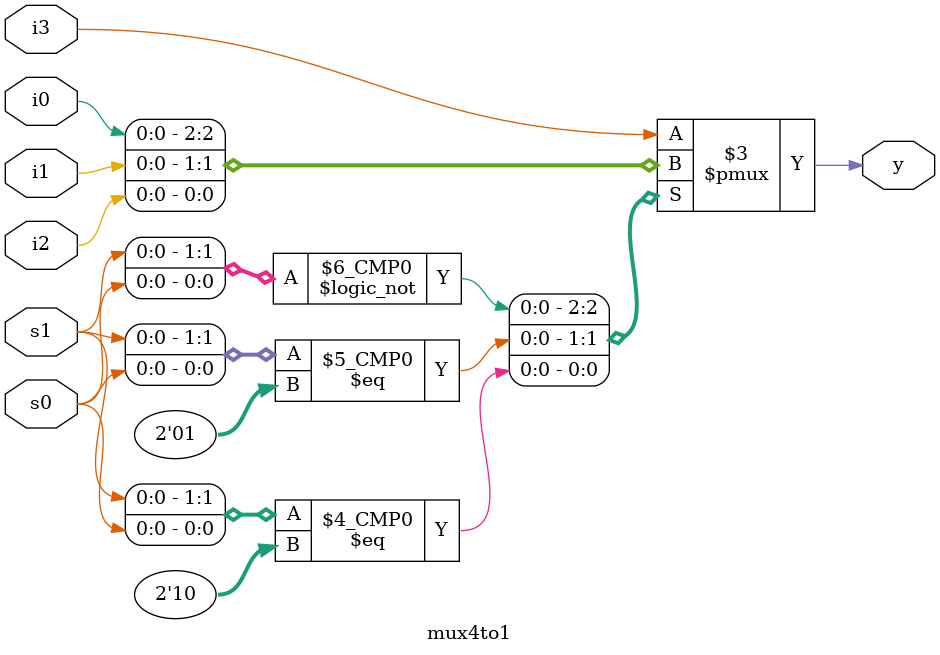
<source format=v>
module mux4to1(
    input i0,i1,i2,i3,s0,s1,
    output reg y
    );
 //assign y = s ? i1:i0; - 2:1 mux
 //assign y = s1? (s0?i3:i2):(s0?i1:i0);
 always @(i0,i1,i2,i3,s0,s1)
 begin
 case({s1,s0})//is s ia 2 bit signal then case(s)
  2'b00: y=i0;
  2'b01: y=i1;
  2'b10: y=i2;
 // 2'b11: y=i3;
 default: y=i3;
 endcase
 end 
endmodule

</source>
